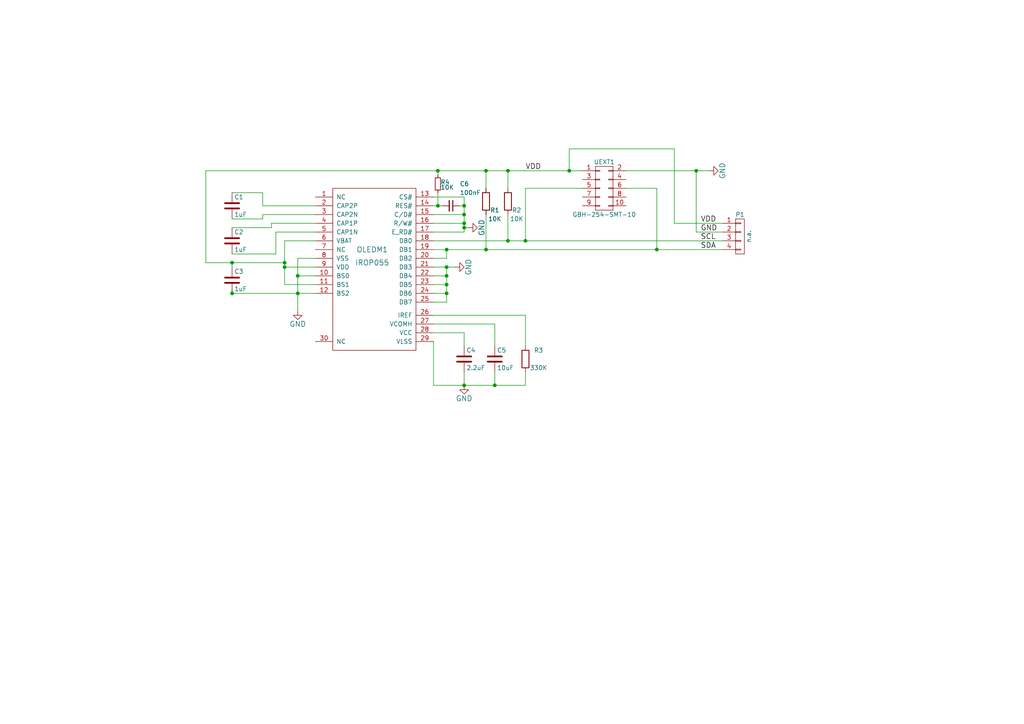
<source format=kicad_sch>
(kicad_sch (version 20230121) (generator eeschema)
  (paper "A4")
  (lib_symbols
    (symbol "mod-oled-128x64-rescue:C" (pin_numbers hide) (pin_names (offset 0.254))
      (property "Reference" "C" (at 0.635 2.54 0))
      (property "Value" "C" (at 0.635 -2.54 0))
      (symbol "C_0_1"
        (polyline (pts (xy -2.032 -0.762) (xy 2.032 -0.762)) (stroke (width 0.508)))
        (polyline (pts (xy -2.032 0.762) (xy 2.032 0.762)) (stroke (width 0.508)))
      )
      (symbol "C_1_1"
        (pin passive line (at 0 3.81 270) (length 2.794) (name "~") (number "1"))
        (pin passive line (at 0 -3.81 90) (length 2.794) (name "~") (number "2"))
      )
    )
    (symbol "mod-oled-128x64-rescue:C_Small" (pin_numbers hide) (pin_names (offset 0.254) hide)
      (property "Reference" "C" (at 0.254 1.778 0))
      (property "Value" "C_Small" (at 0.254 -2.032 0))
      (symbol "C_Small_0_1"
        (polyline (pts (xy -1.524 -0.508) (xy 1.524 -0.508)) (stroke (width 0.3302)))
        (polyline (pts (xy -1.524 0.508) (xy 1.524 0.508)) (stroke (width 0.3048)))
      )
      (symbol "C_Small_1_1"
        (pin passive line (at 0 2.54 270) (length 1.905) (name "~") (number "1"))
        (pin passive line (at 0 -2.54 90) (length 2.032) (name "~") (number "2"))
      )
    )
    (symbol "mod-oled-128x64-rescue:GND" (power) (pin_names (offset 0))
      (property "Value" "GND" (at 0 -3.81 0))
      (symbol "GND_0_1"
        (polyline (pts (xy 0 0) (xy 0 -1.27) (xy 1.27 -1.27) (xy 0 -2.54) (xy -1.27 -1.27) (xy 0 -1.27)))
      )
      (symbol "GND_1_1"
        (pin power_in line (at 0 0 270) (length 0) hide (name "GND") (number "1"))
      )
    )
    (symbol "mod-oled-128x64-rescue:R" (pin_numbers hide) (pin_names (offset 0))
      (property "Reference" "R" (at 2.032 0 90))
      (property "Value" "R" (at 0 0 90))
      (symbol "R_0_1"
        (rectangle (start -1.016 -2.54) (end 1.016 2.54) (stroke (width 0.254)))
      )
      (symbol "R_1_1"
        (pin passive line (at 0 3.81 270) (length 1.27) (name "~") (number "1"))
        (pin passive line (at 0 -3.81 90) (length 1.27) (name "~") (number "2"))
      )
    )
    (symbol "mod-oled-128x64-rescue:R_Small" (pin_numbers hide) (pin_names (offset 0.254) hide)
      (property "Reference" "R" (at 0.762 0.508 0))
      (property "Value" "R_Small" (at 0.762 -1.016 0))
      (symbol "R_Small_0_1"
        (rectangle (start -0.762 1.778) (end 0.762 -1.778) (stroke (width 0.2032)))
      )
      (symbol "R_Small_1_1"
        (pin passive line (at 0 2.54 270) (length 0.762) (name "~") (number "1"))
        (pin passive line (at 0 -2.54 90) (length 0.762) (name "~") (number "2"))
      )
    )
    (symbol "oled:CONN_01X04" (pin_names (offset 1.016) hide)
      (property "Reference" "P" (at 0 6.35 0))
      (property "Value" "CONN_01X04" (at 2.54 0 90))
      (symbol "CONN_01X04_0_1"
        (rectangle (start -1.27 -3.683) (end 0.254 -3.937))
        (rectangle (start -1.27 -1.143) (end 0.254 -1.397))
        (rectangle (start -1.27 1.397) (end 0.254 1.143))
        (rectangle (start -1.27 3.937) (end 0.254 3.683))
        (rectangle (start -1.27 5.08) (end 1.27 -5.08))
      )
      (symbol "CONN_01X04_1_1"
        (pin passive line (at -5.08 3.81 0) (length 3.81) (name "P1") (number "1"))
        (pin passive line (at -5.08 1.27 0) (length 3.81) (name "P2") (number "2"))
        (pin passive line (at -5.08 -1.27 0) (length 3.81) (name "P3") (number "3"))
        (pin passive line (at -5.08 -3.81 0) (length 3.81) (name "P4") (number "4"))
      )
    )
    (symbol "oled:CONN_02X05" (pin_names (offset 0.0254) hide)
      (property "Reference" "P" (at 0 7.62 0))
      (property "Value" "CONN_02X05" (at 0 -7.62 0))
      (symbol "CONN_02X05_0_1"
        (rectangle (start -2.54 -4.953) (end -1.27 -5.207))
        (rectangle (start -2.54 -2.413) (end -1.27 -2.667))
        (rectangle (start -2.54 0.127) (end -1.27 -0.127))
        (rectangle (start -2.54 2.667) (end -1.27 2.413))
        (rectangle (start -2.54 5.207) (end -1.27 4.953))
        (rectangle (start -2.54 6.35) (end 2.54 -6.35))
        (rectangle (start 1.27 -4.953) (end 2.54 -5.207))
        (rectangle (start 1.27 -2.413) (end 2.54 -2.667))
        (rectangle (start 1.27 0.127) (end 2.54 -0.127))
        (rectangle (start 1.27 2.667) (end 2.54 2.413))
        (rectangle (start 1.27 5.207) (end 2.54 4.953))
      )
      (symbol "CONN_02X05_1_1"
        (pin passive line (at -6.35 5.08 0) (length 3.81) (name "P1") (number "1"))
        (pin passive line (at 6.35 -5.08 180) (length 3.81) (name "P10") (number "10"))
        (pin passive line (at 6.35 5.08 180) (length 3.81) (name "P2") (number "2"))
        (pin passive line (at -6.35 2.54 0) (length 3.81) (name "P3") (number "3"))
        (pin passive line (at 6.35 2.54 180) (length 3.81) (name "P4") (number "4"))
        (pin passive line (at -6.35 0 0) (length 3.81) (name "P5") (number "5"))
        (pin passive line (at 6.35 0 180) (length 3.81) (name "P6") (number "6"))
        (pin passive line (at -6.35 -2.54 0) (length 3.81) (name "P7") (number "7"))
        (pin passive line (at 6.35 -2.54 180) (length 3.81) (name "P8") (number "8"))
        (pin passive line (at -6.35 -5.08 0) (length 3.81) (name "P9") (number "9"))
      )
    )
    (symbol "oled:SSD1306" (pin_names (offset 1.016))
      (property "Reference" "OLEDM" (at -2.54 3.81 0))
      (property "Value" "SSD1306" (at -2.54 0 0))
      (symbol "SSD1306_0_1"
        (rectangle (start -13.97 21.59) (end 10.16 -25.4))
        (rectangle (start 10.16 -25.4) (end 10.16 -25.4))
      )
      (symbol "SSD1306_1_1"
        (pin passive line (at -19.05 19.05 0) (length 5.08) (name "NC") (number "1"))
        (pin input line (at -19.05 -3.81 0) (length 5.08) (name "BS0") (number "10"))
        (pin input line (at -19.05 -6.35 0) (length 5.08) (name "BS1") (number "11"))
        (pin input line (at -19.05 -8.89 0) (length 5.08) (name "BS2") (number "12"))
        (pin input line (at 15.24 19.05 180) (length 5.08) (name "CS#") (number "13"))
        (pin output line (at 15.24 16.51 180) (length 5.08) (name "RES#") (number "14"))
        (pin input line (at 15.24 13.97 180) (length 5.08) (name "C/D#") (number "15"))
        (pin input line (at 15.24 11.43 180) (length 5.08) (name "R/W#") (number "16"))
        (pin input line (at 15.24 8.89 180) (length 5.08) (name "E_RD#") (number "17"))
        (pin input line (at 15.24 6.35 180) (length 5.08) (name "DB0") (number "18"))
        (pin input line (at 15.24 3.81 180) (length 5.08) (name "DB1") (number "19"))
        (pin bidirectional line (at -19.05 16.51 0) (length 5.08) (name "CAP2P") (number "2"))
        (pin input line (at 15.24 1.27 180) (length 5.08) (name "DB2") (number "20"))
        (pin input line (at 15.24 -1.27 180) (length 5.08) (name "DB3") (number "21"))
        (pin input line (at 15.24 -3.81 180) (length 5.08) (name "DB4") (number "22"))
        (pin input line (at 15.24 -6.35 180) (length 5.08) (name "DB5") (number "23"))
        (pin input line (at 15.24 -8.89 180) (length 5.08) (name "DB6") (number "24"))
        (pin input line (at 15.24 -11.43 180) (length 5.08) (name "DB7") (number "25"))
        (pin bidirectional line (at 15.24 -15.24 180) (length 5.08) (name "IREF") (number "26"))
        (pin bidirectional line (at 15.24 -17.78 180) (length 5.08) (name "VCOMH") (number "27"))
        (pin power_in line (at 15.24 -20.32 180) (length 5.08) (name "VCC") (number "28"))
        (pin power_in line (at 15.24 -22.86 180) (length 5.08) (name "VLSS") (number "29"))
        (pin bidirectional line (at -19.05 13.97 0) (length 5.08) (name "CAP2N") (number "3"))
        (pin passive line (at -19.05 -22.86 0) (length 5.08) (name "NC") (number "30"))
        (pin bidirectional line (at -19.05 11.43 0) (length 5.08) (name "CAP1P") (number "4"))
        (pin bidirectional line (at -19.05 8.89 0) (length 5.08) (name "CAP1N") (number "5"))
        (pin power_in line (at -19.05 6.35 0) (length 5.08) (name "VBAT") (number "6"))
        (pin passive line (at -19.05 3.81 0) (length 5.08) (name "NC") (number "7"))
        (pin power_in line (at -19.05 1.27 0) (length 5.08) (name "VSS") (number "8"))
        (pin power_in line (at -19.05 -1.27 0) (length 5.08) (name "VDD") (number "9"))
      )
    )
  )
  (junction (at 152.4 69.85))
  (junction (at 134.62 66.04))
  (junction (at 143.51 111.76))
  (junction (at 129.54 77.47))
  (junction (at 127 59.69))
  (junction (at 129.54 85.09))
  (junction (at 134.62 64.77))
  (junction (at 147.32 49.53))
  (junction (at 165.1 49.53))
  (junction (at 67.31 76.2))
  (junction (at 201.93 49.53))
  (junction (at 86.36 80.01))
  (junction (at 134.62 111.76))
  (junction (at 134.62 62.23))
  (junction (at 129.54 72.39))
  (junction (at 140.97 72.39))
  (junction (at 127 49.53))
  (junction (at 147.32 69.85))
  (junction (at 129.54 82.55))
  (junction (at 190.5 72.39))
  (junction (at 67.31 85.09))
  (junction (at 82.55 76.2))
  (junction (at 134.62 59.69))
  (junction (at 140.97 49.53))
  (junction (at 129.54 80.01))
  (junction (at 82.55 77.47))
  (junction (at 86.36 85.09))
  (wire (pts (xy 86.36 80.01) (xy 91.44 80.01)))
  (wire (pts (xy 78.74 66.04) (xy 78.74 64.77)))
  (wire (pts (xy 67.31 76.2) (xy 67.31 77.47)))
  (wire (pts (xy 129.54 74.93) (xy 125.73 74.93)))
  (wire (pts (xy 127 49.53) (xy 59.69 49.53)))
  (wire (pts (xy 181.61 54.61) (xy 190.5 54.61)))
  (wire (pts (xy 165.1 49.53) (xy 147.32 49.53)))
  (wire (pts (xy 125.73 80.01) (xy 129.54 80.01)))
  (wire (pts (xy 86.36 85.09) (xy 91.44 85.09)))
  (wire (pts (xy 82.55 69.85) (xy 82.55 76.2)))
  (wire (pts (xy 82.55 77.47) (xy 82.55 82.55)))
  (wire (pts (xy 181.61 49.53) (xy 201.93 49.53)))
  (wire (pts (xy 82.55 77.47) (xy 91.44 77.47)))
  (wire (pts (xy 67.31 85.09) (xy 86.36 85.09)))
  (wire (pts (xy 190.5 72.39) (xy 209.55 72.39)))
  (wire (pts (xy 152.4 69.85) (xy 209.55 69.85)))
  (wire (pts (xy 80.01 73.66) (xy 67.31 73.66)))
  (wire (pts (xy 147.32 62.23) (xy 147.32 69.85)))
  (wire (pts (xy 140.97 49.53) (xy 127 49.53)))
  (wire (pts (xy 86.36 80.01) (xy 86.36 85.09)))
  (wire (pts (xy 86.36 74.93) (xy 86.36 80.01)))
  (wire (pts (xy 76.2 62.23) (xy 76.2 63.5)))
  (wire (pts (xy 59.69 76.2) (xy 67.31 76.2)))
  (wire (pts (xy 91.44 62.23) (xy 76.2 62.23)))
  (wire (pts (xy 134.62 67.31) (xy 125.73 67.31)))
  (wire (pts (xy 147.32 49.53) (xy 147.32 54.61)))
  (wire (pts (xy 152.4 54.61) (xy 168.91 54.61)))
  (wire (pts (xy 67.31 66.04) (xy 78.74 66.04)))
  (wire (pts (xy 67.31 76.2) (xy 82.55 76.2)))
  (wire (pts (xy 134.62 66.04) (xy 134.62 67.31)))
  (wire (pts (xy 133.35 59.69) (xy 134.62 59.69)))
  (wire (pts (xy 147.32 49.53) (xy 140.97 49.53)))
  (wire (pts (xy 129.54 87.63) (xy 125.73 87.63)))
  (wire (pts (xy 147.32 69.85) (xy 152.4 69.85)))
  (wire (pts (xy 67.31 83.82) (xy 67.31 85.09)))
  (wire (pts (xy 86.36 85.09) (xy 86.36 90.17)))
  (wire (pts (xy 125.73 62.23) (xy 134.62 62.23)))
  (wire (pts (xy 129.54 80.01) (xy 129.54 82.55)))
  (wire (pts (xy 134.62 107.95) (xy 134.62 111.76)))
  (wire (pts (xy 125.73 69.85) (xy 147.32 69.85)))
  (wire (pts (xy 76.2 55.88) (xy 76.2 59.69)))
  (wire (pts (xy 129.54 82.55) (xy 129.54 85.09)))
  (wire (pts (xy 59.69 49.53) (xy 59.69 76.2)))
  (wire (pts (xy 91.44 67.31) (xy 80.01 67.31)))
  (wire (pts (xy 201.93 49.53) (xy 201.93 67.31)))
  (wire (pts (xy 129.54 77.47) (xy 132.08 77.47)))
  (wire (pts (xy 134.62 57.15) (xy 134.62 59.69)))
  (wire (pts (xy 125.73 57.15) (xy 134.62 57.15)))
  (wire (pts (xy 140.97 72.39) (xy 190.5 72.39)))
  (wire (pts (xy 152.4 107.95) (xy 152.4 111.76)))
  (wire (pts (xy 125.73 91.44) (xy 152.4 91.44)))
  (wire (pts (xy 91.44 69.85) (xy 82.55 69.85)))
  (wire (pts (xy 67.31 55.88) (xy 76.2 55.88)))
  (wire (pts (xy 152.4 91.44) (xy 152.4 100.33)))
  (wire (pts (xy 78.74 64.77) (xy 91.44 64.77)))
  (wire (pts (xy 76.2 59.69) (xy 91.44 59.69)))
  (wire (pts (xy 125.73 111.76) (xy 125.73 99.06)))
  (wire (pts (xy 125.73 64.77) (xy 134.62 64.77)))
  (wire (pts (xy 201.93 49.53) (xy 205.74 49.53)))
  (wire (pts (xy 82.55 82.55) (xy 91.44 82.55)))
  (wire (pts (xy 201.93 67.31) (xy 209.55 67.31)))
  (wire (pts (xy 129.54 72.39) (xy 140.97 72.39)))
  (wire (pts (xy 125.73 93.98) (xy 143.51 93.98)))
  (wire (pts (xy 168.91 49.53) (xy 165.1 49.53)))
  (wire (pts (xy 91.44 74.93) (xy 86.36 74.93)))
  (wire (pts (xy 152.4 69.85) (xy 152.4 54.61)))
  (wire (pts (xy 76.2 63.5) (xy 67.31 63.5)))
  (wire (pts (xy 134.62 62.23) (xy 134.62 64.77)))
  (wire (pts (xy 134.62 111.76) (xy 125.73 111.76)))
  (wire (pts (xy 129.54 72.39) (xy 129.54 74.93)))
  (wire (pts (xy 140.97 49.53) (xy 140.97 54.61)))
  (wire (pts (xy 165.1 49.53) (xy 165.1 43.18)))
  (wire (pts (xy 195.58 64.77) (xy 209.55 64.77)))
  (wire (pts (xy 82.55 76.2) (xy 82.55 77.47)))
  (wire (pts (xy 129.54 85.09) (xy 129.54 87.63)))
  (wire (pts (xy 143.51 111.76) (xy 134.62 111.76)))
  (wire (pts (xy 125.73 96.52) (xy 134.62 96.52)))
  (wire (pts (xy 143.51 93.98) (xy 143.51 100.33)))
  (wire (pts (xy 125.73 85.09) (xy 129.54 85.09)))
  (wire (pts (xy 127 55.88) (xy 127 59.69)))
  (wire (pts (xy 190.5 54.61) (xy 190.5 72.39)))
  (wire (pts (xy 195.58 43.18) (xy 195.58 64.77)))
  (wire (pts (xy 127 59.69) (xy 128.27 59.69)))
  (wire (pts (xy 125.73 82.55) (xy 129.54 82.55)))
  (wire (pts (xy 125.73 77.47) (xy 129.54 77.47)))
  (wire (pts (xy 140.97 62.23) (xy 140.97 72.39)))
  (wire (pts (xy 152.4 111.76) (xy 143.51 111.76)))
  (wire (pts (xy 143.51 107.95) (xy 143.51 111.76)))
  (wire (pts (xy 134.62 64.77) (xy 134.62 66.04)))
  (wire (pts (xy 134.62 59.69) (xy 134.62 62.23)))
  (wire (pts (xy 127 49.53) (xy 127 50.8)))
  (wire (pts (xy 125.73 59.69) (xy 127 59.69)))
  (wire (pts (xy 134.62 96.52) (xy 134.62 100.33)))
  (wire (pts (xy 129.54 77.47) (xy 129.54 80.01)))
  (wire (pts (xy 80.01 67.31) (xy 80.01 73.66)))
  (wire (pts (xy 165.1 43.18) (xy 195.58 43.18)))
  (wire (pts (xy 125.73 72.39) (xy 129.54 72.39)))
  (wire (pts (xy 134.62 66.04) (xy 135.89 66.04)))
  (label "VDD" (at 152.4 49.53 0) (effects (font (size 1.524 1.524))))
  (label "SDA" (at 203.2 72.39 0) (effects (font (size 1.524 1.524))))
  (label "GND" (at 203.2 67.31 0) (effects (font (size 1.524 1.524))))
  (label "SCL" (at 203.2 69.85 0) (effects (font (size 1.524 1.524))))
  (label "VDD" (at 203.2 64.77 0) (effects (font (size 1.524 1.524))))
  (symbol (lib_id "oled:SSD1306") (at 110.49 76.2 0) (unit 1)
    (property "Reference" "OLEDM1" (at 107.95 72.39 0) (effects (font (size 1.524 1.524))))
    (property "Value" "IROP055" (at 107.95 76.2 0) (effects (font (size 1.524 1.524))))
    (property "Footprint" "kicad_wrk:IROP055-SSD1306Z-PADS-ONLY" (effects hide))
  )
  (symbol (lib_id "mod-oled-128x64-rescue:C") (at 67.31 59.69 0) (unit 1)
    (property "Reference" "C1" (at 67.945 57.15 0) (effects (justify left)))
    (property "Value" "1uF" (at 67.945 62.23 0) (effects (justify left)))
    (property "Footprint" "kicad_wrk:C_0603" (effects hide))
  )
  (symbol (lib_id "mod-oled-128x64-rescue:C") (at 67.31 69.85 0) (unit 1)
    (property "Reference" "C2" (at 67.945 67.31 0) (effects (justify left)))
    (property "Value" "1uF" (at 67.945 72.39 0) (effects (justify left)))
    (property "Footprint" "kicad_wrk:C_0603" (effects hide))
  )
  (symbol (lib_id "mod-oled-128x64-rescue:C") (at 67.31 81.28 0) (unit 1)
    (property "Reference" "C3" (at 67.945 78.74 0) (effects (justify left)))
    (property "Value" "1uF" (at 67.945 83.82 0) (effects (justify left)))
    (property "Footprint" "kicad_wrk:C_0603" (effects hide))
  )
  (symbol (lib_id "mod-oled-128x64-rescue:GND") (at 86.36 90.17 0) (unit 1)
    (property "Reference" "#PWR01" (effects hide))
    (property "Value" "GND" (at 86.36 93.98 0) (effects (font (size 1.524 1.524))))
  )
  (symbol (lib_id "oled:CONN_02X05") (at 175.26 54.61 0) (unit 1)
    (property "Reference" "UEXT1" (at 175.26 46.99 0))
    (property "Value" "GBH-254-SMT-10" (at 175.26 62.23 0))
    (property "Footprint" "kicad_wrk:UEXTM-SMD" (effects hide))
  )
  (symbol (lib_id "mod-oled-128x64-rescue:GND") (at 132.08 77.47 90) (unit 1)
    (property "Reference" "#PWR02" (effects hide))
    (property "Value" "GND" (at 135.89 77.47 0) (effects (font (size 1.524 1.524))))
  )
  (symbol (lib_id "mod-oled-128x64-rescue:GND") (at 135.89 66.04 90) (unit 1)
    (property "Reference" "#PWR03" (effects hide))
    (property "Value" "GND" (at 139.7 66.04 0) (effects (font (size 1.524 1.524))))
  )
  (symbol (lib_id "mod-oled-128x64-rescue:C") (at 134.62 104.14 0) (unit 1)
    (property "Reference" "C4" (at 135.255 101.6 0) (effects (justify left)))
    (property "Value" "2.2uF" (at 135.255 106.68 0) (effects (justify left)))
    (property "Footprint" "kicad_wrk:C_0603" (effects hide))
  )
  (symbol (lib_id "mod-oled-128x64-rescue:C") (at 143.51 104.14 0) (unit 1)
    (property "Reference" "C5" (at 144.145 101.6 0) (effects (justify left)))
    (property "Value" "10uF" (at 144.145 106.68 0) (effects (justify left)))
    (property "Footprint" "kicad_wrk:C_0603" (effects hide))
  )
  (symbol (lib_id "mod-oled-128x64-rescue:R") (at 152.4 104.14 0) (unit 1)
    (property "Reference" "R3" (at 156.21 101.6 0))
    (property "Value" "330K" (at 156.21 106.68 0))
    (property "Footprint" "kicad_wrk:R_0603" (effects hide))
  )
  (symbol (lib_id "mod-oled-128x64-rescue:R") (at 140.97 58.42 0) (unit 1)
    (property "Reference" "R1" (at 143.51 60.96 0))
    (property "Value" "10K" (at 143.51 63.5 0))
    (property "Footprint" "kicad_wrk:R_0603" (effects hide))
  )
  (symbol (lib_id "mod-oled-128x64-rescue:R") (at 147.32 58.42 0) (unit 1)
    (property "Reference" "R2" (at 149.86 60.96 0))
    (property "Value" "10K" (at 149.86 63.5 0))
    (property "Footprint" "kicad_wrk:R_0603" (effects hide))
  )
  (symbol (lib_id "mod-oled-128x64-rescue:GND") (at 134.62 111.76 0) (unit 1)
    (property "Reference" "#PWR04" (effects hide))
    (property "Value" "GND" (at 134.62 115.57 0) (effects (font (size 1.524 1.524))))
  )
  (symbol (lib_id "mod-oled-128x64-rescue:GND") (at 205.74 49.53 90) (unit 1)
    (property "Reference" "#PWR05" (effects hide))
    (property "Value" "GND" (at 209.55 49.53 0) (effects (font (size 1.524 1.524))))
  )
  (symbol (lib_id "oled:CONN_01X04") (at 214.63 68.58 0) (unit 1)
    (property "Reference" "P1" (at 214.63 62.23 0))
    (property "Value" "n.a." (at 217.17 68.58 90))
    (property "Footprint" "kicad_wrk:SIP4_SMD" (effects hide))
  )
  (symbol (lib_id "mod-oled-128x64-rescue:C_Small") (at 130.81 59.69 270) (unit 1)
    (property "Reference" "C6" (at 133.35 53.34 90) (effects (justify left)))
    (property "Value" "100nF" (at 133.35 55.88 90) (effects (justify left)))
    (property "Footprint" "kicad_wrk:C_0603" (effects hide))
  )
  (symbol (lib_id "mod-oled-128x64-rescue:R_Small") (at 127 53.34 0) (unit 1)
    (property "Reference" "R4" (at 127.762 52.832 0) (effects (justify left)))
    (property "Value" "10K" (at 127.762 54.356 0) (effects (justify left)))
    (property "Footprint" "kicad_wrk:R_0603" (effects hide))
  )
)
</source>
